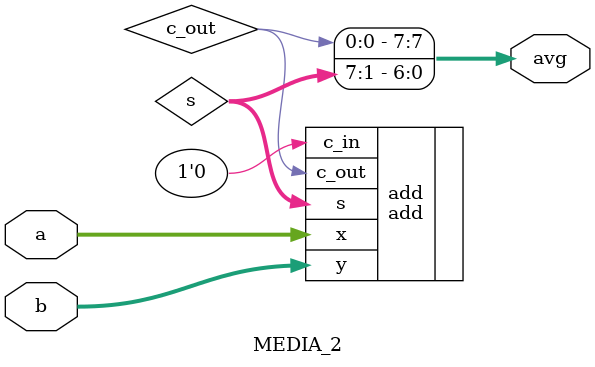
<source format=v>
module ABC (
    soc, eoc1, x1, eoc2, x2, eoc3, x3, eoc4, x4, 
    dav_, rfd, avg, 
    clock, reset_
);
    input          clock, reset_;
    input          eoc1, eoc2, eoc3, eoc4, rfd;
    output         soc, dav_;
    input   [7:0]  x1, x2, x3, x4;
    output  [7:0]  avg;
    
    reg            SOC,DAV_;
    reg     [7:0]  AVG;
    reg     [2:0]  STAR;
    
    localparam S0=0, S1=1, S2=2, S3=3, S4=4; 

    assign soc=SOC;
    assign dav_=DAV_;
    assign avg=AVG;

    wire [7:0] avg_rc;
    MEDIA_4 m (
        .a(x1), .b(x2), .c(x3), .d(x4),
        .avg(avg_rc)
    );

    always @(reset_==0) #1 
        begin
            SOC=0; 
            DAV_=1; 
            STAR=S0; 
        end
    
    always @(posedge clock) if (reset_==1) #3
        casex(STAR)
            S0: 
                begin
                    SOC <= 1;
                    STAR <= ({eoc1,eoc2,eoc3,eoc4}==4'B0000) ? S1 : S0;
                end
            S1: 
                begin
                    SOC <= 0;
                    AVG <= avg_rc;
                    STAR <= ({eoc1,eoc2,eoc3,eoc4}==4'B1111) ? S2 : S1; 
                end
            S2: 
                begin
                    DAV_ <= 0;
                    STAR <= (rfd==1) ? S2 : S3; 
                end
            S3: 
                begin
                    DAV_ <= 1; 
                    STAR <= (rfd==0) ? S3 : S0; 
                end
        endcase

endmodule

module MEDIA_4(
    a, b, c, d,
    avg
);
    input [7:0] a, b, c, d;
    output [7:0] avg;

    wire [7:0] avg_a_b;
    MEDIA_2 m1 (
        .a(a), .b(b), .avg(avg_a_b)
    );

    wire [7:0] avg_c_d;
    MEDIA_2 m2 (
        .a(c), .b(d), .avg(avg_c_d)
    );

    MEDIA_2 m3 (
        .a(avg_a_b), .b(avg_c_d), .avg(avg)
    );

endmodule

module MEDIA_2(
    a, b,
    avg
);
    input [7:0] a, b;
    output [7:0] avg;

    wire [7:0] s;
    wire c_out;
    add #( .N(8) ) add (
        .x(a), .y(b), .c_in(1'b0),
        .s(s), .c_out(c_out)
    );
    
    assign avg = {c_out, s[7:1]};
endmodule
</source>
